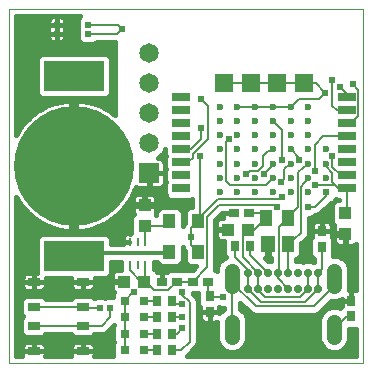
<source format=gtl>
G75*
%MOIN*%
%OFA0B0*%
%FSLAX25Y25*%
%IPPOS*%
%LPD*%
%AMOC8*
5,1,8,0,0,1.08239X$1,22.5*
%
%ADD10C,0.00000*%
%ADD11R,0.05906X0.02756*%
%ADD12C,0.02362*%
%ADD13R,0.02362X0.02362*%
%ADD14R,0.05906X0.05906*%
%ADD15R,0.04252X0.04134*%
%ADD16R,0.02165X0.02165*%
%ADD17R,0.04134X0.02559*%
%ADD18R,0.03642X0.02913*%
%ADD19R,0.02913X0.03642*%
%ADD20R,0.04134X0.04252*%
%ADD21R,0.03937X0.05669*%
%ADD22R,0.04724X0.05669*%
%ADD23R,0.02756X0.03543*%
%ADD24R,0.03150X0.03150*%
%ADD25R,0.03937X0.04724*%
%ADD26C,0.40000*%
%ADD27R,0.20000X0.10000*%
%ADD28C,0.05118*%
%ADD29C,0.02756*%
%ADD30R,0.00984X0.02559*%
%ADD31R,0.06500X0.06500*%
%ADD32C,0.06500*%
%ADD33C,0.01600*%
%ADD34C,0.02400*%
%ADD35C,0.00600*%
%ADD36C,0.00800*%
%ADD37C,0.01200*%
D10*
X0009674Y0012935D02*
X0009674Y0131046D01*
X0127784Y0131046D01*
X0127784Y0012935D01*
X0009674Y0012935D01*
D11*
X0067154Y0071203D03*
X0067154Y0075534D03*
X0067154Y0079865D03*
X0067154Y0084195D03*
X0067154Y0088526D03*
X0067154Y0092857D03*
X0067154Y0097187D03*
X0067154Y0101518D03*
X0122272Y0101518D03*
X0122272Y0097187D03*
X0122272Y0092857D03*
X0122272Y0088526D03*
X0122272Y0084195D03*
X0122272Y0079865D03*
X0122272Y0075534D03*
X0122272Y0071203D03*
D12*
X0115383Y0074746D03*
X0115383Y0079471D03*
X0115383Y0084195D03*
X0109477Y0084195D03*
X0109477Y0079471D03*
X0109477Y0074746D03*
X0109477Y0070022D03*
X0103572Y0070022D03*
X0103572Y0074746D03*
X0103572Y0079471D03*
X0103572Y0084195D03*
X0103572Y0088920D03*
X0103572Y0093644D03*
X0103572Y0098368D03*
X0109477Y0098368D03*
X0109477Y0093644D03*
X0109477Y0088920D03*
X0097666Y0088920D03*
X0097666Y0093644D03*
X0097666Y0098368D03*
X0091761Y0098368D03*
X0091761Y0093644D03*
X0091761Y0088920D03*
X0091761Y0084195D03*
X0091761Y0079471D03*
X0091761Y0074746D03*
X0091761Y0070022D03*
X0085855Y0070022D03*
X0085855Y0074746D03*
X0085855Y0079471D03*
X0085855Y0084195D03*
X0085855Y0088920D03*
X0085855Y0093644D03*
X0085855Y0098368D03*
X0079950Y0098368D03*
X0079950Y0093644D03*
X0079950Y0088920D03*
X0079950Y0084195D03*
X0079950Y0079471D03*
X0079950Y0074746D03*
X0079950Y0070022D03*
X0097666Y0070022D03*
X0097666Y0074746D03*
X0097666Y0079471D03*
X0097666Y0084195D03*
D13*
X0115383Y0070022D03*
D14*
X0108001Y0106242D03*
X0099143Y0106242D03*
X0090284Y0106242D03*
X0081426Y0106242D03*
D15*
X0054950Y0065593D03*
X0054950Y0058703D03*
X0121879Y0055947D03*
X0121879Y0062837D03*
D16*
X0036090Y0122705D03*
X0036090Y0125658D03*
X0025657Y0125658D03*
X0025657Y0122705D03*
D17*
X0018040Y0040002D03*
X0018040Y0031538D03*
X0018040Y0025435D03*
X0018040Y0016971D03*
X0034379Y0016971D03*
X0034379Y0025435D03*
X0034379Y0031538D03*
X0034379Y0040002D03*
D18*
X0060658Y0040101D03*
X0065776Y0040101D03*
X0070894Y0040101D03*
X0076013Y0040101D03*
X0084674Y0062935D03*
X0089792Y0062935D03*
D19*
X0114005Y0056833D03*
X0114005Y0051715D03*
X0123847Y0033605D03*
X0123847Y0028487D03*
X0076603Y0030061D03*
X0076603Y0035180D03*
D20*
X0082607Y0057424D03*
X0089497Y0057424D03*
X0054851Y0040101D03*
X0047961Y0040101D03*
D21*
X0095304Y0061361D03*
X0102784Y0061361D03*
X0102784Y0052699D03*
D22*
X0096091Y0052699D03*
D23*
X0090186Y0051912D03*
X0085068Y0051912D03*
X0064202Y0033802D03*
X0059083Y0033802D03*
X0059083Y0028290D03*
X0064202Y0028290D03*
X0064202Y0022778D03*
X0059083Y0022778D03*
X0059083Y0017266D03*
X0064202Y0017266D03*
D24*
X0054556Y0017266D03*
X0054556Y0022778D03*
X0054556Y0028290D03*
X0054556Y0033802D03*
X0048257Y0033802D03*
X0048257Y0028290D03*
X0048257Y0022778D03*
X0048257Y0017266D03*
D25*
X0063217Y0049943D03*
X0072666Y0049943D03*
X0072666Y0060180D03*
X0063217Y0060180D03*
D26*
X0031328Y0078683D03*
D27*
X0031328Y0048683D03*
X0031328Y0108683D03*
D28*
X0084075Y0043718D02*
X0084075Y0038600D01*
X0084075Y0026789D02*
X0084075Y0021671D01*
X0118091Y0021671D02*
X0118091Y0026789D01*
X0118091Y0038600D02*
X0118091Y0043718D01*
D29*
X0112795Y0043128D03*
X0109449Y0043128D03*
X0106102Y0043128D03*
X0102756Y0043128D03*
X0099409Y0043128D03*
X0096063Y0043128D03*
X0092717Y0043128D03*
X0089370Y0043128D03*
X0089370Y0037813D03*
X0092717Y0037813D03*
X0096063Y0037813D03*
X0099409Y0037813D03*
X0102756Y0037813D03*
X0106102Y0037813D03*
X0109449Y0037813D03*
X0112795Y0037813D03*
D30*
X0055146Y0045711D03*
X0052587Y0045711D03*
X0050028Y0045711D03*
X0050028Y0053388D03*
X0052587Y0053388D03*
X0055146Y0053388D03*
D31*
X0056524Y0076321D03*
D32*
X0056524Y0086321D03*
X0056524Y0096321D03*
X0056524Y0106321D03*
X0056524Y0116321D03*
D33*
X0045107Y0116839D02*
X0012074Y0116839D01*
X0012074Y0118437D02*
X0045107Y0118437D01*
X0045107Y0120005D02*
X0045107Y0095583D01*
X0044834Y0095817D01*
X0043448Y0096823D01*
X0041988Y0097719D01*
X0040461Y0098496D01*
X0038879Y0099152D01*
X0037250Y0099681D01*
X0035584Y0100081D01*
X0033892Y0100349D01*
X0032184Y0100483D01*
X0032128Y0100483D01*
X0032128Y0079483D01*
X0030528Y0079483D01*
X0030528Y0100483D01*
X0030471Y0100483D01*
X0028763Y0100349D01*
X0027071Y0100081D01*
X0025406Y0099681D01*
X0023776Y0099152D01*
X0022194Y0098496D01*
X0020667Y0097719D01*
X0019207Y0096823D01*
X0017821Y0095817D01*
X0016518Y0094704D01*
X0015307Y0093493D01*
X0014194Y0092190D01*
X0013188Y0090804D01*
X0012292Y0089344D01*
X0012074Y0088915D01*
X0012074Y0128646D01*
X0033518Y0128646D01*
X0032972Y0128100D01*
X0032607Y0127218D01*
X0032607Y0121145D01*
X0032972Y0120263D01*
X0033648Y0119588D01*
X0034530Y0119223D01*
X0037650Y0119223D01*
X0038532Y0119588D01*
X0038949Y0120005D01*
X0045107Y0120005D01*
X0042687Y0115718D02*
X0041805Y0116083D01*
X0020850Y0116083D01*
X0019968Y0115718D01*
X0019293Y0115043D01*
X0018928Y0114161D01*
X0018928Y0103206D01*
X0019293Y0102324D01*
X0019968Y0101649D01*
X0020850Y0101283D01*
X0041805Y0101283D01*
X0042687Y0101649D01*
X0043362Y0102324D01*
X0043728Y0103206D01*
X0043728Y0114161D01*
X0043362Y0115043D01*
X0042687Y0115718D01*
X0043165Y0115240D02*
X0045107Y0115240D01*
X0045107Y0113642D02*
X0043728Y0113642D01*
X0043728Y0112043D02*
X0045107Y0112043D01*
X0045107Y0110445D02*
X0043728Y0110445D01*
X0043728Y0108846D02*
X0045107Y0108846D01*
X0045107Y0107248D02*
X0043728Y0107248D01*
X0043728Y0105649D02*
X0045107Y0105649D01*
X0045107Y0104051D02*
X0043728Y0104051D01*
X0043415Y0102452D02*
X0045107Y0102452D01*
X0045107Y0100854D02*
X0012074Y0100854D01*
X0012074Y0102452D02*
X0019240Y0102452D01*
X0018928Y0104051D02*
X0012074Y0104051D01*
X0012074Y0105649D02*
X0018928Y0105649D01*
X0018928Y0107248D02*
X0012074Y0107248D01*
X0012074Y0108846D02*
X0018928Y0108846D01*
X0018928Y0110445D02*
X0012074Y0110445D01*
X0012074Y0112043D02*
X0018928Y0112043D01*
X0018928Y0113642D02*
X0012074Y0113642D01*
X0012074Y0115240D02*
X0019490Y0115240D01*
X0023469Y0120182D02*
X0023134Y0120518D01*
X0022897Y0120928D01*
X0022774Y0121386D01*
X0022774Y0122705D01*
X0025657Y0122705D01*
X0025657Y0119823D01*
X0026976Y0119823D01*
X0027434Y0119945D01*
X0027845Y0120182D01*
X0028180Y0120518D01*
X0028417Y0120928D01*
X0028539Y0121386D01*
X0028539Y0122705D01*
X0025657Y0122705D01*
X0025657Y0122705D01*
X0025657Y0122706D01*
X0025657Y0122706D01*
X0025657Y0125658D01*
X0025657Y0125658D01*
X0028539Y0125658D01*
X0028539Y0124339D01*
X0028497Y0124182D01*
X0028539Y0124025D01*
X0028539Y0122706D01*
X0025657Y0122706D01*
X0025657Y0125588D01*
X0025657Y0125658D01*
X0025657Y0125658D01*
X0028539Y0125658D01*
X0028539Y0126978D01*
X0028417Y0127436D01*
X0028180Y0127846D01*
X0027845Y0128181D01*
X0027434Y0128418D01*
X0026976Y0128541D01*
X0025657Y0128541D01*
X0025657Y0125658D01*
X0025657Y0125658D01*
X0022774Y0125658D01*
X0022774Y0124339D01*
X0022816Y0124182D01*
X0022774Y0124025D01*
X0022774Y0122706D01*
X0025657Y0122706D01*
X0025657Y0122705D01*
X0025657Y0119823D01*
X0024337Y0119823D01*
X0023879Y0119945D01*
X0023469Y0120182D01*
X0023723Y0120036D02*
X0012074Y0120036D01*
X0012074Y0121634D02*
X0022774Y0121634D01*
X0022774Y0123233D02*
X0012074Y0123233D01*
X0012074Y0124831D02*
X0022774Y0124831D01*
X0022774Y0125658D02*
X0025657Y0125658D01*
X0025657Y0125658D01*
X0025657Y0128541D01*
X0024337Y0128541D01*
X0023879Y0128418D01*
X0023469Y0128181D01*
X0023134Y0127846D01*
X0022897Y0127436D01*
X0022774Y0126978D01*
X0022774Y0125658D01*
X0022774Y0126430D02*
X0012074Y0126430D01*
X0012074Y0128028D02*
X0023316Y0128028D01*
X0025657Y0128028D02*
X0025657Y0128028D01*
X0025657Y0126430D02*
X0025657Y0126430D01*
X0025657Y0124831D02*
X0025657Y0124831D01*
X0025657Y0123233D02*
X0025657Y0123233D01*
X0025657Y0121634D02*
X0025657Y0121634D01*
X0025657Y0120036D02*
X0025657Y0120036D01*
X0027590Y0120036D02*
X0033200Y0120036D01*
X0032607Y0121634D02*
X0028539Y0121634D01*
X0028539Y0123233D02*
X0032607Y0123233D01*
X0032607Y0124831D02*
X0028539Y0124831D01*
X0028539Y0126430D02*
X0032607Y0126430D01*
X0032943Y0128028D02*
X0027998Y0128028D01*
X0030528Y0099255D02*
X0032128Y0099255D01*
X0032128Y0097657D02*
X0030528Y0097657D01*
X0030528Y0096058D02*
X0032128Y0096058D01*
X0032128Y0094459D02*
X0030528Y0094459D01*
X0030528Y0092861D02*
X0032128Y0092861D01*
X0032128Y0091262D02*
X0030528Y0091262D01*
X0030528Y0089664D02*
X0032128Y0089664D01*
X0032128Y0088065D02*
X0030528Y0088065D01*
X0030528Y0086467D02*
X0032128Y0086467D01*
X0032128Y0084868D02*
X0030528Y0084868D01*
X0030528Y0083270D02*
X0032128Y0083270D01*
X0032128Y0081671D02*
X0030528Y0081671D01*
X0030528Y0080073D02*
X0032128Y0080073D01*
X0032128Y0077883D02*
X0030528Y0077883D01*
X0030528Y0056883D01*
X0030471Y0056883D01*
X0028763Y0057018D01*
X0027071Y0057286D01*
X0025406Y0057686D01*
X0023776Y0058215D01*
X0022194Y0058871D01*
X0020667Y0059648D01*
X0019207Y0060543D01*
X0017821Y0061550D01*
X0016518Y0062663D01*
X0015307Y0063874D01*
X0014194Y0065177D01*
X0013188Y0066563D01*
X0012292Y0068023D01*
X0012074Y0068452D01*
X0012074Y0015335D01*
X0014205Y0015335D01*
X0014173Y0015454D01*
X0014173Y0016971D01*
X0018040Y0016971D01*
X0018040Y0020050D01*
X0015736Y0020050D01*
X0015278Y0019928D01*
X0014868Y0019691D01*
X0014533Y0019356D01*
X0014296Y0018945D01*
X0014173Y0018487D01*
X0014173Y0016971D01*
X0018040Y0016971D01*
X0018040Y0016971D01*
X0018040Y0016971D01*
X0018040Y0020050D01*
X0020344Y0020050D01*
X0020802Y0019928D01*
X0021212Y0019691D01*
X0021547Y0019356D01*
X0021784Y0018945D01*
X0021907Y0018487D01*
X0021907Y0016971D01*
X0018040Y0016971D01*
X0018040Y0016971D01*
X0021907Y0016971D01*
X0021907Y0015454D01*
X0021875Y0015335D01*
X0030544Y0015335D01*
X0030512Y0015454D01*
X0030512Y0016971D01*
X0034379Y0016971D01*
X0038246Y0016971D01*
X0038246Y0018487D01*
X0038123Y0018945D01*
X0037886Y0019356D01*
X0037551Y0019691D01*
X0037140Y0019928D01*
X0036683Y0020050D01*
X0034379Y0020050D01*
X0034379Y0016971D01*
X0034379Y0016971D01*
X0034379Y0016971D01*
X0038246Y0016971D01*
X0038246Y0015454D01*
X0038214Y0015335D01*
X0044282Y0015335D01*
X0044282Y0019318D01*
X0044573Y0020022D01*
X0044282Y0020726D01*
X0044282Y0024830D01*
X0044558Y0025497D01*
X0042967Y0023906D01*
X0042207Y0023146D01*
X0041215Y0022735D01*
X0038419Y0022735D01*
X0037805Y0022121D01*
X0036923Y0021756D01*
X0031834Y0021756D01*
X0030952Y0022121D01*
X0030438Y0022635D01*
X0021981Y0022635D01*
X0021467Y0022121D01*
X0020584Y0021756D01*
X0015496Y0021756D01*
X0014614Y0022121D01*
X0013939Y0022796D01*
X0013573Y0023678D01*
X0013573Y0027192D01*
X0013939Y0028074D01*
X0014351Y0028487D01*
X0013939Y0028899D01*
X0013573Y0029781D01*
X0013573Y0033295D01*
X0013939Y0034177D01*
X0014614Y0034852D01*
X0015496Y0035217D01*
X0020584Y0035217D01*
X0021467Y0034852D01*
X0021981Y0034338D01*
X0030438Y0034338D01*
X0030952Y0034852D01*
X0031834Y0035217D01*
X0036923Y0035217D01*
X0037805Y0034852D01*
X0038103Y0034555D01*
X0039273Y0035039D01*
X0040705Y0035039D01*
X0041761Y0034602D01*
X0042816Y0035039D01*
X0044248Y0035039D01*
X0044282Y0035025D01*
X0044282Y0035854D01*
X0044630Y0036694D01*
X0044454Y0036870D01*
X0044217Y0037280D01*
X0044094Y0037738D01*
X0044094Y0039867D01*
X0047728Y0039867D01*
X0047728Y0040334D01*
X0044094Y0040334D01*
X0044094Y0042464D01*
X0044217Y0042922D01*
X0044454Y0043332D01*
X0044789Y0043667D01*
X0045200Y0043904D01*
X0045658Y0044027D01*
X0047136Y0044027D01*
X0047136Y0046550D01*
X0043728Y0046550D01*
X0043728Y0043206D01*
X0043362Y0042324D01*
X0042687Y0041649D01*
X0041805Y0041283D01*
X0038246Y0041283D01*
X0038246Y0040002D01*
X0034379Y0040002D01*
X0034379Y0040002D01*
X0034379Y0036923D01*
X0036683Y0036923D01*
X0037140Y0037045D01*
X0037551Y0037282D01*
X0037886Y0037618D01*
X0038123Y0038028D01*
X0038246Y0038486D01*
X0038246Y0040002D01*
X0034379Y0040002D01*
X0034379Y0040002D01*
X0034379Y0036923D01*
X0032075Y0036923D01*
X0031617Y0037045D01*
X0031207Y0037282D01*
X0030871Y0037618D01*
X0030634Y0038028D01*
X0030512Y0038486D01*
X0030512Y0040002D01*
X0034379Y0040002D01*
X0034379Y0040002D01*
X0030512Y0040002D01*
X0030512Y0041283D01*
X0021907Y0041283D01*
X0021907Y0040002D01*
X0018040Y0040002D01*
X0018040Y0040002D01*
X0018040Y0036923D01*
X0015736Y0036923D01*
X0015278Y0037045D01*
X0014868Y0037282D01*
X0014533Y0037618D01*
X0014296Y0038028D01*
X0014173Y0038486D01*
X0014173Y0040002D01*
X0018040Y0040002D01*
X0018040Y0040002D01*
X0018040Y0036923D01*
X0020344Y0036923D01*
X0020802Y0037045D01*
X0021212Y0037282D01*
X0021547Y0037618D01*
X0021784Y0038028D01*
X0021907Y0038486D01*
X0021907Y0040002D01*
X0018040Y0040002D01*
X0018040Y0040002D01*
X0014173Y0040002D01*
X0014173Y0041519D01*
X0014296Y0041977D01*
X0014533Y0042387D01*
X0014868Y0042722D01*
X0015278Y0042959D01*
X0015736Y0043082D01*
X0018040Y0043082D01*
X0018040Y0040002D01*
X0018040Y0040002D01*
X0018040Y0043082D01*
X0018979Y0043082D01*
X0018928Y0043206D01*
X0018928Y0054161D01*
X0019293Y0055043D01*
X0019968Y0055718D01*
X0020850Y0056083D01*
X0041805Y0056083D01*
X0042687Y0055718D01*
X0043362Y0055043D01*
X0043728Y0054161D01*
X0043728Y0052550D01*
X0047736Y0052550D01*
X0047736Y0053388D01*
X0049695Y0053388D01*
X0049695Y0053388D01*
X0047736Y0053388D01*
X0047736Y0054905D01*
X0047859Y0055362D01*
X0048096Y0055773D01*
X0048431Y0056108D01*
X0048841Y0056345D01*
X0049299Y0056468D01*
X0050028Y0056468D01*
X0050028Y0055949D01*
X0050028Y0055949D01*
X0050028Y0056468D01*
X0050424Y0056468D01*
X0050424Y0061247D01*
X0050789Y0062130D01*
X0051272Y0062613D01*
X0051146Y0062831D01*
X0051024Y0063289D01*
X0051024Y0065359D01*
X0054716Y0065359D01*
X0054716Y0065826D01*
X0051024Y0065826D01*
X0051024Y0067897D01*
X0051146Y0068355D01*
X0051383Y0068765D01*
X0051718Y0069100D01*
X0052129Y0069337D01*
X0052587Y0069460D01*
X0054716Y0069460D01*
X0054716Y0065826D01*
X0055183Y0065826D01*
X0058876Y0065826D01*
X0058876Y0067897D01*
X0058753Y0068355D01*
X0058516Y0068765D01*
X0058181Y0069100D01*
X0057770Y0069337D01*
X0057313Y0069460D01*
X0055183Y0069460D01*
X0055183Y0065826D01*
X0055183Y0065359D01*
X0058876Y0065359D01*
X0058876Y0063289D01*
X0058753Y0062831D01*
X0058627Y0062613D01*
X0058849Y0062391D01*
X0058849Y0063019D01*
X0059214Y0063901D01*
X0059889Y0064576D01*
X0060771Y0064942D01*
X0065663Y0064942D01*
X0066545Y0064576D01*
X0067220Y0063901D01*
X0067586Y0063019D01*
X0067586Y0058572D01*
X0067930Y0059403D01*
X0068298Y0059771D01*
X0068298Y0063019D01*
X0068663Y0063901D01*
X0069338Y0064576D01*
X0070220Y0064942D01*
X0070754Y0064942D01*
X0070754Y0067495D01*
X0070584Y0067425D01*
X0063724Y0067425D01*
X0062842Y0067791D01*
X0062167Y0068466D01*
X0061802Y0069348D01*
X0061802Y0073058D01*
X0061930Y0073368D01*
X0061802Y0073678D01*
X0061802Y0077389D01*
X0061930Y0077699D01*
X0061802Y0078009D01*
X0061802Y0081720D01*
X0061930Y0082030D01*
X0061802Y0082340D01*
X0061802Y0084297D01*
X0061314Y0083121D01*
X0059725Y0081531D01*
X0059338Y0081371D01*
X0060011Y0081371D01*
X0060469Y0081249D01*
X0060880Y0081012D01*
X0061215Y0080676D01*
X0061452Y0080266D01*
X0061574Y0079808D01*
X0061574Y0076396D01*
X0056599Y0076396D01*
X0056599Y0076246D01*
X0056599Y0071271D01*
X0060011Y0071271D01*
X0060469Y0071394D01*
X0060880Y0071631D01*
X0061215Y0071966D01*
X0061452Y0072376D01*
X0061574Y0072834D01*
X0061574Y0076246D01*
X0056599Y0076246D01*
X0056449Y0076246D01*
X0056449Y0071271D01*
X0053037Y0071271D01*
X0052580Y0071394D01*
X0052169Y0071631D01*
X0052010Y0071790D01*
X0051796Y0071132D01*
X0051140Y0069550D01*
X0050363Y0068023D01*
X0049468Y0066563D01*
X0048461Y0065177D01*
X0047348Y0063874D01*
X0046137Y0062663D01*
X0044834Y0061550D01*
X0043448Y0060543D01*
X0041988Y0059648D01*
X0040461Y0058871D01*
X0038879Y0058215D01*
X0037250Y0057686D01*
X0035584Y0057286D01*
X0033892Y0057018D01*
X0032184Y0056883D01*
X0032128Y0056883D01*
X0032128Y0077883D01*
X0032128Y0076876D02*
X0030528Y0076876D01*
X0030528Y0075277D02*
X0032128Y0075277D01*
X0032128Y0073679D02*
X0030528Y0073679D01*
X0030528Y0072080D02*
X0032128Y0072080D01*
X0032128Y0070482D02*
X0030528Y0070482D01*
X0030528Y0068883D02*
X0032128Y0068883D01*
X0032128Y0067285D02*
X0030528Y0067285D01*
X0030528Y0065686D02*
X0032128Y0065686D01*
X0032128Y0064088D02*
X0030528Y0064088D01*
X0030528Y0062489D02*
X0032128Y0062489D01*
X0032128Y0060891D02*
X0030528Y0060891D01*
X0030528Y0059292D02*
X0032128Y0059292D01*
X0032128Y0057694D02*
X0030528Y0057694D01*
X0025381Y0057694D02*
X0012074Y0057694D01*
X0012074Y0056095D02*
X0048418Y0056095D01*
X0050028Y0056095D02*
X0050028Y0056095D01*
X0050424Y0057694D02*
X0037274Y0057694D01*
X0041289Y0059292D02*
X0050424Y0059292D01*
X0050424Y0060891D02*
X0043926Y0060891D01*
X0045934Y0062489D02*
X0051149Y0062489D01*
X0051024Y0064088D02*
X0047531Y0064088D01*
X0048831Y0065686D02*
X0054716Y0065686D01*
X0055183Y0065686D02*
X0070754Y0065686D01*
X0070754Y0067285D02*
X0058876Y0067285D01*
X0058398Y0068883D02*
X0061994Y0068883D01*
X0061802Y0070482D02*
X0051526Y0070482D01*
X0051502Y0068883D02*
X0050801Y0068883D01*
X0051024Y0067285D02*
X0049910Y0067285D01*
X0054716Y0067285D02*
X0055183Y0067285D01*
X0055183Y0068883D02*
X0054716Y0068883D01*
X0056449Y0072080D02*
X0056599Y0072080D01*
X0056599Y0073679D02*
X0056449Y0073679D01*
X0056449Y0075277D02*
X0056599Y0075277D01*
X0061574Y0075277D02*
X0061802Y0075277D01*
X0061802Y0073679D02*
X0061574Y0073679D01*
X0061802Y0072080D02*
X0061281Y0072080D01*
X0061574Y0076876D02*
X0061802Y0076876D01*
X0061802Y0078474D02*
X0061574Y0078474D01*
X0061503Y0080073D02*
X0061802Y0080073D01*
X0061802Y0081671D02*
X0059865Y0081671D01*
X0061376Y0083270D02*
X0061802Y0083270D01*
X0045107Y0096058D02*
X0044502Y0096058D01*
X0045107Y0097657D02*
X0042089Y0097657D01*
X0045107Y0099255D02*
X0038561Y0099255D01*
X0024094Y0099255D02*
X0012074Y0099255D01*
X0012074Y0097657D02*
X0020566Y0097657D01*
X0018153Y0096058D02*
X0012074Y0096058D01*
X0012074Y0094459D02*
X0016274Y0094459D01*
X0014767Y0092861D02*
X0012074Y0092861D01*
X0012074Y0091262D02*
X0013520Y0091262D01*
X0012489Y0089664D02*
X0012074Y0089664D01*
X0012074Y0067285D02*
X0012745Y0067285D01*
X0012074Y0065686D02*
X0013824Y0065686D01*
X0015125Y0064088D02*
X0012074Y0064088D01*
X0012074Y0062489D02*
X0016722Y0062489D01*
X0018729Y0060891D02*
X0012074Y0060891D01*
X0012074Y0059292D02*
X0021366Y0059292D01*
X0019067Y0054497D02*
X0012074Y0054497D01*
X0012074Y0052898D02*
X0018928Y0052898D01*
X0018928Y0051300D02*
X0012074Y0051300D01*
X0012074Y0049701D02*
X0018928Y0049701D01*
X0018928Y0048103D02*
X0012074Y0048103D01*
X0012074Y0046504D02*
X0018928Y0046504D01*
X0018928Y0044906D02*
X0012074Y0044906D01*
X0012074Y0043307D02*
X0018928Y0043307D01*
X0018040Y0041709D02*
X0018040Y0041709D01*
X0018040Y0040110D02*
X0018040Y0040110D01*
X0018040Y0038512D02*
X0018040Y0038512D01*
X0021907Y0038512D02*
X0030512Y0038512D01*
X0030512Y0040110D02*
X0021907Y0040110D01*
X0014173Y0040110D02*
X0012074Y0040110D01*
X0012074Y0038512D02*
X0014173Y0038512D01*
X0012074Y0036913D02*
X0044429Y0036913D01*
X0044282Y0035315D02*
X0012074Y0035315D01*
X0012074Y0033716D02*
X0013748Y0033716D01*
X0013573Y0032118D02*
X0012074Y0032118D01*
X0012074Y0030519D02*
X0013573Y0030519D01*
X0013930Y0028921D02*
X0012074Y0028921D01*
X0012074Y0027322D02*
X0013627Y0027322D01*
X0013573Y0025723D02*
X0012074Y0025723D01*
X0012074Y0024125D02*
X0013573Y0024125D01*
X0014209Y0022526D02*
X0012074Y0022526D01*
X0012074Y0020928D02*
X0044282Y0020928D01*
X0044287Y0019329D02*
X0037901Y0019329D01*
X0038246Y0017731D02*
X0044282Y0017731D01*
X0044282Y0016132D02*
X0038246Y0016132D01*
X0034379Y0016971D02*
X0034379Y0020050D01*
X0032075Y0020050D01*
X0031617Y0019928D01*
X0031207Y0019691D01*
X0030871Y0019356D01*
X0030634Y0018945D01*
X0030512Y0018487D01*
X0030512Y0016971D01*
X0034379Y0016971D01*
X0034379Y0016971D01*
X0034379Y0017731D02*
X0034379Y0017731D01*
X0034379Y0019329D02*
X0034379Y0019329D01*
X0030856Y0019329D02*
X0021563Y0019329D01*
X0021907Y0017731D02*
X0030512Y0017731D01*
X0030512Y0016132D02*
X0021907Y0016132D01*
X0018040Y0017731D02*
X0018040Y0017731D01*
X0018040Y0019329D02*
X0018040Y0019329D01*
X0014518Y0019329D02*
X0012074Y0019329D01*
X0012074Y0017731D02*
X0014173Y0017731D01*
X0014173Y0016132D02*
X0012074Y0016132D01*
X0021872Y0022526D02*
X0030547Y0022526D01*
X0038210Y0022526D02*
X0044282Y0022526D01*
X0044282Y0024125D02*
X0043186Y0024125D01*
X0044094Y0038512D02*
X0038246Y0038512D01*
X0038246Y0040110D02*
X0047728Y0040110D01*
X0044094Y0041709D02*
X0042747Y0041709D01*
X0043728Y0043307D02*
X0044440Y0043307D01*
X0043728Y0044906D02*
X0047136Y0044906D01*
X0047136Y0046504D02*
X0043728Y0046504D01*
X0043728Y0052898D02*
X0047736Y0052898D01*
X0047736Y0054497D02*
X0043588Y0054497D01*
X0058039Y0046550D02*
X0058039Y0044360D01*
X0058278Y0044261D01*
X0058953Y0043586D01*
X0059047Y0043357D01*
X0060658Y0043357D01*
X0060658Y0040145D01*
X0060658Y0040145D01*
X0060658Y0043357D01*
X0062361Y0043357D01*
X0062596Y0043592D01*
X0063478Y0043957D01*
X0068075Y0043957D01*
X0068335Y0043849D01*
X0068596Y0043957D01*
X0070933Y0043957D01*
X0072156Y0045181D01*
X0070220Y0045181D01*
X0069338Y0045546D01*
X0068663Y0046222D01*
X0068298Y0047104D01*
X0068298Y0050352D01*
X0067930Y0050719D01*
X0067586Y0051551D01*
X0067586Y0047104D01*
X0067220Y0046222D01*
X0066545Y0045546D01*
X0065663Y0045181D01*
X0060771Y0045181D01*
X0059889Y0045546D01*
X0059214Y0046222D01*
X0059078Y0046550D01*
X0058039Y0046550D01*
X0058039Y0046504D02*
X0059097Y0046504D01*
X0058039Y0044906D02*
X0071881Y0044906D01*
X0068546Y0046504D02*
X0067337Y0046504D01*
X0067586Y0048103D02*
X0068298Y0048103D01*
X0068298Y0049701D02*
X0067586Y0049701D01*
X0067586Y0051300D02*
X0067690Y0051300D01*
X0067586Y0059292D02*
X0067884Y0059292D01*
X0067586Y0060891D02*
X0068298Y0060891D01*
X0068298Y0062489D02*
X0067586Y0062489D01*
X0067034Y0064088D02*
X0068850Y0064088D01*
X0059401Y0064088D02*
X0058876Y0064088D01*
X0058849Y0062489D02*
X0058750Y0062489D01*
X0060658Y0043307D02*
X0060658Y0043307D01*
X0060658Y0041709D02*
X0060658Y0041709D01*
X0071148Y0036244D02*
X0072746Y0036244D01*
X0072746Y0032881D01*
X0073112Y0031999D01*
X0073346Y0031765D01*
X0073346Y0030061D01*
X0073346Y0028004D01*
X0073469Y0027546D01*
X0073706Y0027135D01*
X0074041Y0026800D01*
X0074452Y0026563D01*
X0074909Y0026441D01*
X0076603Y0026441D01*
X0076603Y0030061D01*
X0076603Y0030061D01*
X0076603Y0026441D01*
X0078297Y0026441D01*
X0078755Y0026563D01*
X0079116Y0026772D01*
X0079116Y0020684D01*
X0079871Y0018862D01*
X0081266Y0017467D01*
X0083088Y0016712D01*
X0085061Y0016712D01*
X0086884Y0017467D01*
X0088279Y0018862D01*
X0089034Y0020684D01*
X0089034Y0027775D01*
X0088279Y0029598D01*
X0086884Y0030993D01*
X0086875Y0030997D01*
X0086875Y0033097D01*
X0090428Y0029544D01*
X0091420Y0029133D01*
X0111935Y0029133D01*
X0112927Y0029544D01*
X0117047Y0033664D01*
X0117104Y0033641D01*
X0119077Y0033641D01*
X0120591Y0034268D01*
X0120591Y0033605D01*
X0123847Y0033605D01*
X0123847Y0037226D01*
X0122889Y0037226D01*
X0123050Y0037614D01*
X0123050Y0044705D01*
X0122295Y0046527D01*
X0120900Y0047922D01*
X0119077Y0048677D01*
X0117555Y0048677D01*
X0117861Y0049417D01*
X0117861Y0054013D01*
X0117496Y0054895D01*
X0117261Y0055130D01*
X0117261Y0056833D01*
X0117261Y0058891D01*
X0117139Y0059349D01*
X0116902Y0059759D01*
X0116567Y0060094D01*
X0116156Y0060331D01*
X0115698Y0060454D01*
X0114005Y0060454D01*
X0114005Y0056833D01*
X0114005Y0056833D01*
X0117261Y0056833D01*
X0114005Y0056833D01*
X0114005Y0056833D01*
X0114005Y0060454D01*
X0112311Y0060454D01*
X0111853Y0060331D01*
X0111443Y0060094D01*
X0111108Y0059759D01*
X0110871Y0059349D01*
X0110748Y0058891D01*
X0110748Y0056833D01*
X0110748Y0055130D01*
X0110513Y0054895D01*
X0110148Y0054013D01*
X0110148Y0049417D01*
X0110513Y0048535D01*
X0111189Y0047859D01*
X0111305Y0047811D01*
X0111305Y0046599D01*
X0111122Y0046524D01*
X0110200Y0046905D01*
X0108697Y0046905D01*
X0107776Y0046524D01*
X0106854Y0046905D01*
X0105456Y0046905D01*
X0105456Y0047558D01*
X0106112Y0047830D01*
X0106787Y0048505D01*
X0107153Y0049387D01*
X0107153Y0052900D01*
X0108558Y0054111D01*
X0108654Y0054150D01*
X0108963Y0054459D01*
X0109294Y0054745D01*
X0109340Y0054837D01*
X0109413Y0054910D01*
X0109581Y0055314D01*
X0109777Y0055704D01*
X0109785Y0055807D01*
X0109824Y0055902D01*
X0109824Y0056339D01*
X0109857Y0056775D01*
X0109824Y0056873D01*
X0109824Y0061304D01*
X0109996Y0061304D01*
X0111320Y0061852D01*
X0111671Y0062204D01*
X0112180Y0062204D01*
X0113172Y0062615D01*
X0116912Y0066355D01*
X0116998Y0066441D01*
X0117041Y0066441D01*
X0117923Y0066806D01*
X0118598Y0067481D01*
X0118614Y0067520D01*
X0118842Y0067425D01*
X0119572Y0067425D01*
X0119572Y0067304D01*
X0119275Y0067304D01*
X0118393Y0066939D01*
X0117718Y0066263D01*
X0117353Y0065381D01*
X0117353Y0060293D01*
X0117718Y0059411D01*
X0118201Y0058927D01*
X0118075Y0058709D01*
X0117953Y0058251D01*
X0117953Y0056181D01*
X0121645Y0056181D01*
X0121645Y0055714D01*
X0117953Y0055714D01*
X0117953Y0053643D01*
X0118075Y0053186D01*
X0118312Y0052775D01*
X0118648Y0052440D01*
X0119058Y0052203D01*
X0119516Y0052080D01*
X0121645Y0052080D01*
X0121645Y0055714D01*
X0122112Y0055714D01*
X0122112Y0052080D01*
X0124242Y0052080D01*
X0124699Y0052203D01*
X0125110Y0052440D01*
X0125384Y0052714D01*
X0125384Y0037226D01*
X0123847Y0037226D01*
X0123847Y0033605D01*
X0123847Y0033605D01*
X0123847Y0033605D01*
X0120591Y0033605D01*
X0120591Y0031902D01*
X0120356Y0031667D01*
X0120197Y0031284D01*
X0119077Y0031748D01*
X0117104Y0031748D01*
X0115281Y0030993D01*
X0113886Y0029598D01*
X0113131Y0027775D01*
X0113131Y0020684D01*
X0113886Y0018862D01*
X0115281Y0017467D01*
X0117104Y0016712D01*
X0119077Y0016712D01*
X0120900Y0017467D01*
X0122295Y0018862D01*
X0123050Y0020684D01*
X0123050Y0024266D01*
X0125384Y0024266D01*
X0125384Y0015335D01*
X0069042Y0015335D01*
X0072199Y0018493D01*
X0072610Y0019485D01*
X0072610Y0033945D01*
X0072199Y0034937D01*
X0071440Y0035697D01*
X0071440Y0035697D01*
X0071148Y0035988D01*
X0071148Y0036244D01*
X0071822Y0035315D02*
X0072746Y0035315D01*
X0072746Y0033716D02*
X0072610Y0033716D01*
X0072610Y0032118D02*
X0073063Y0032118D01*
X0073346Y0030519D02*
X0072610Y0030519D01*
X0073346Y0030061D02*
X0076603Y0030061D01*
X0073346Y0030061D01*
X0073346Y0028921D02*
X0072610Y0028921D01*
X0072610Y0027322D02*
X0073598Y0027322D01*
X0072610Y0025723D02*
X0079116Y0025723D01*
X0079116Y0024125D02*
X0072610Y0024125D01*
X0072610Y0022526D02*
X0079116Y0022526D01*
X0079116Y0020928D02*
X0072610Y0020928D01*
X0072546Y0019329D02*
X0079677Y0019329D01*
X0081002Y0017731D02*
X0071438Y0017731D01*
X0069839Y0016132D02*
X0125384Y0016132D01*
X0125384Y0017731D02*
X0121164Y0017731D01*
X0122488Y0019329D02*
X0125384Y0019329D01*
X0125384Y0020928D02*
X0123050Y0020928D01*
X0123050Y0022526D02*
X0125384Y0022526D01*
X0125384Y0024125D02*
X0123050Y0024125D01*
X0120591Y0032118D02*
X0115500Y0032118D01*
X0114807Y0030519D02*
X0113902Y0030519D01*
X0113606Y0028921D02*
X0088560Y0028921D01*
X0089034Y0027322D02*
X0113131Y0027322D01*
X0113131Y0025723D02*
X0089034Y0025723D01*
X0089034Y0024125D02*
X0113131Y0024125D01*
X0113131Y0022526D02*
X0089034Y0022526D01*
X0089034Y0020928D02*
X0113131Y0020928D01*
X0113693Y0019329D02*
X0088473Y0019329D01*
X0087148Y0017731D02*
X0115017Y0017731D01*
X0119258Y0033716D02*
X0120591Y0033716D01*
X0123847Y0033716D02*
X0123847Y0033716D01*
X0123847Y0035315D02*
X0123847Y0035315D01*
X0123847Y0036913D02*
X0123847Y0036913D01*
X0123050Y0038512D02*
X0125384Y0038512D01*
X0125384Y0040110D02*
X0123050Y0040110D01*
X0123050Y0041709D02*
X0125384Y0041709D01*
X0125384Y0043307D02*
X0123050Y0043307D01*
X0122966Y0044906D02*
X0125384Y0044906D01*
X0125384Y0046504D02*
X0122304Y0046504D01*
X0120464Y0048103D02*
X0125384Y0048103D01*
X0125384Y0049701D02*
X0117861Y0049701D01*
X0117861Y0051300D02*
X0125384Y0051300D01*
X0122112Y0052898D02*
X0121645Y0052898D01*
X0121645Y0054497D02*
X0122112Y0054497D01*
X0121645Y0056095D02*
X0117261Y0056095D01*
X0117261Y0057694D02*
X0117953Y0057694D01*
X0117836Y0059292D02*
X0117154Y0059292D01*
X0117353Y0060891D02*
X0109824Y0060891D01*
X0109824Y0059292D02*
X0110856Y0059292D01*
X0110748Y0057694D02*
X0109824Y0057694D01*
X0110748Y0056833D02*
X0114005Y0056833D01*
X0110748Y0056833D01*
X0110748Y0056095D02*
X0109824Y0056095D01*
X0110348Y0054497D02*
X0109006Y0054497D01*
X0110148Y0052898D02*
X0107153Y0052898D01*
X0107153Y0051300D02*
X0110148Y0051300D01*
X0110148Y0049701D02*
X0107153Y0049701D01*
X0106385Y0048103D02*
X0110945Y0048103D01*
X0117861Y0052898D02*
X0118241Y0052898D01*
X0117953Y0054497D02*
X0117661Y0054497D01*
X0114005Y0056833D02*
X0114005Y0056833D01*
X0114005Y0057694D02*
X0114005Y0057694D01*
X0114005Y0059292D02*
X0114005Y0059292D01*
X0112868Y0062489D02*
X0117353Y0062489D01*
X0117353Y0064088D02*
X0114645Y0064088D01*
X0116243Y0065686D02*
X0117479Y0065686D01*
X0118402Y0067285D02*
X0119229Y0067285D01*
X0120248Y0075534D02*
X0120248Y0075534D01*
X0122272Y0075534D01*
X0122272Y0075534D01*
X0120248Y0075534D01*
X0096472Y0052318D02*
X0096472Y0048065D01*
X0096935Y0048065D01*
X0096935Y0046856D01*
X0096814Y0046905D01*
X0096103Y0046905D01*
X0094944Y0048065D01*
X0095710Y0048065D01*
X0095710Y0052318D01*
X0096472Y0052318D01*
X0096472Y0051300D02*
X0095710Y0051300D01*
X0095710Y0049701D02*
X0096472Y0049701D01*
X0096472Y0048103D02*
X0095710Y0048103D01*
X0082148Y0048288D02*
X0081266Y0047922D01*
X0079871Y0046527D01*
X0079116Y0044705D01*
X0079116Y0043624D01*
X0078311Y0043957D01*
X0078297Y0043957D01*
X0078516Y0044485D01*
X0078516Y0060636D01*
X0080871Y0062991D01*
X0081053Y0062991D01*
X0081053Y0062935D01*
X0081053Y0061350D01*
X0080303Y0061350D01*
X0079845Y0061227D01*
X0079435Y0060990D01*
X0079100Y0060655D01*
X0078863Y0060244D01*
X0078740Y0059787D01*
X0078740Y0057657D01*
X0082374Y0057657D01*
X0082374Y0057190D01*
X0078740Y0057190D01*
X0078740Y0055061D01*
X0078863Y0054603D01*
X0079100Y0054192D01*
X0079435Y0053857D01*
X0079845Y0053620D01*
X0080303Y0053498D01*
X0081290Y0053498D01*
X0081290Y0049663D01*
X0081655Y0048781D01*
X0082148Y0048288D01*
X0081702Y0048103D02*
X0078516Y0048103D01*
X0078516Y0049701D02*
X0081290Y0049701D01*
X0081290Y0051300D02*
X0078516Y0051300D01*
X0078516Y0052898D02*
X0081290Y0052898D01*
X0078924Y0054497D02*
X0078516Y0054497D01*
X0078516Y0056095D02*
X0078740Y0056095D01*
X0078740Y0057694D02*
X0078516Y0057694D01*
X0078516Y0059292D02*
X0078740Y0059292D01*
X0078771Y0060891D02*
X0079336Y0060891D01*
X0080369Y0062489D02*
X0081053Y0062489D01*
X0081053Y0062935D02*
X0084674Y0062935D01*
X0084674Y0062935D01*
X0081053Y0062935D01*
X0079861Y0046504D02*
X0078516Y0046504D01*
X0078516Y0044906D02*
X0079199Y0044906D01*
X0079860Y0031531D02*
X0080218Y0031383D01*
X0081275Y0031383D01*
X0081275Y0030997D01*
X0081266Y0030993D01*
X0079871Y0029598D01*
X0079860Y0029572D01*
X0079860Y0030061D01*
X0076603Y0030061D01*
X0076603Y0030061D01*
X0076603Y0030061D01*
X0079860Y0030061D01*
X0079860Y0031531D01*
X0079860Y0030519D02*
X0080792Y0030519D01*
X0076603Y0028921D02*
X0076603Y0028921D01*
X0076603Y0027322D02*
X0076603Y0027322D01*
X0087358Y0030519D02*
X0089453Y0030519D01*
X0087855Y0032118D02*
X0086875Y0032118D01*
X0034379Y0038512D02*
X0034379Y0038512D01*
X0014224Y0041709D02*
X0012074Y0041709D01*
D34*
X0039989Y0031439D03*
X0043532Y0031439D03*
X0051406Y0036557D03*
X0045501Y0045219D03*
X0058887Y0045219D03*
X0067548Y0036557D03*
X0067548Y0032620D03*
X0067548Y0028290D03*
X0067548Y0024746D03*
X0080934Y0034983D03*
X0079359Y0047187D03*
X0070304Y0055061D03*
X0059280Y0070022D03*
X0061249Y0081439D03*
X0073454Y0081833D03*
X0073847Y0091282D03*
X0082902Y0087739D03*
X0088808Y0075928D03*
X0094713Y0075928D03*
X0100225Y0073172D03*
X0100619Y0068447D03*
X0099044Y0064904D03*
X0109280Y0064904D03*
X0116367Y0064510D03*
X0111643Y0072384D03*
X0111643Y0077109D03*
X0106524Y0080652D03*
X0100619Y0080652D03*
X0117548Y0081833D03*
X0115186Y0103093D03*
X0117548Y0107424D03*
X0119910Y0105061D03*
X0124241Y0105849D03*
X0073847Y0101124D03*
X0047469Y0124353D03*
X0108887Y0051518D03*
X0096288Y0047581D03*
X0093139Y0027502D03*
X0101013Y0027502D03*
X0108887Y0027502D03*
X0112824Y0017266D03*
X0104950Y0017266D03*
X0097076Y0017266D03*
X0089202Y0017266D03*
X0123454Y0047581D03*
D35*
X0118091Y0041159D02*
X0118091Y0038526D01*
X0111398Y0031833D01*
X0091957Y0031833D01*
X0084075Y0039716D01*
X0084075Y0041159D01*
X0089370Y0043128D02*
X0089370Y0037813D01*
X0093775Y0033408D01*
X0108391Y0033408D01*
X0112795Y0037813D01*
X0112795Y0043128D01*
X0114005Y0044337D01*
X0114005Y0051715D01*
X0107124Y0056439D02*
X0107124Y0071794D01*
X0109477Y0074746D01*
X0111643Y0072384D02*
X0118335Y0072384D01*
X0118926Y0071794D01*
X0119517Y0071203D01*
X0122272Y0071203D01*
X0122272Y0063231D01*
X0121879Y0062837D01*
X0115383Y0068644D02*
X0115383Y0070022D01*
X0115383Y0068644D02*
X0111643Y0064904D01*
X0109280Y0064904D01*
X0105924Y0065101D02*
X0102784Y0061361D01*
X0099635Y0058211D01*
X0099635Y0043353D01*
X0099409Y0043128D01*
X0099409Y0041159D01*
X0102756Y0037813D01*
X0106619Y0034983D02*
X0095107Y0034983D01*
X0092717Y0037373D01*
X0092717Y0037813D01*
X0092717Y0043128D02*
X0087627Y0048217D01*
X0087627Y0055554D01*
X0089497Y0057424D01*
X0091367Y0057424D01*
X0095304Y0061361D01*
X0093729Y0062935D01*
X0089792Y0062935D01*
X0098257Y0065691D02*
X0079753Y0065691D01*
X0075816Y0061754D01*
X0075816Y0045022D01*
X0070894Y0040101D01*
X0067548Y0036557D02*
X0067548Y0035770D01*
X0069910Y0033408D01*
X0069910Y0020022D01*
X0067154Y0017266D01*
X0064202Y0017266D01*
X0064202Y0022778D02*
X0065580Y0022778D01*
X0067548Y0024746D01*
X0067548Y0028290D02*
X0064202Y0028290D01*
X0065383Y0032620D02*
X0064202Y0033802D01*
X0065383Y0032620D02*
X0067548Y0032620D01*
X0072666Y0048762D02*
X0072666Y0049943D01*
X0072666Y0060180D02*
X0073454Y0060967D01*
X0073454Y0081833D01*
X0071091Y0081439D02*
X0071091Y0082620D01*
X0076209Y0087739D01*
X0076209Y0098762D01*
X0073847Y0101124D01*
X0081426Y0106242D02*
X0090284Y0106242D01*
X0099143Y0106242D01*
X0108001Y0106242D01*
X0112036Y0106242D01*
X0115186Y0103093D01*
X0113217Y0101124D01*
X0106328Y0101124D01*
X0103572Y0098368D01*
X0097666Y0098368D01*
X0091761Y0098368D01*
X0085855Y0098368D01*
X0082902Y0087739D02*
X0082115Y0086951D01*
X0082115Y0073565D01*
X0083296Y0072384D01*
X0095304Y0072384D01*
X0097666Y0074746D01*
X0100225Y0073172D02*
X0101406Y0074353D01*
X0101406Y0077502D01*
X0103375Y0079471D01*
X0103572Y0079471D01*
X0106524Y0080652D02*
X0106524Y0081242D01*
X0103572Y0084195D01*
X0103572Y0083998D01*
X0100619Y0080652D02*
X0100619Y0090691D01*
X0097666Y0093644D01*
X0097666Y0084195D02*
X0097666Y0083605D01*
X0096091Y0083605D01*
X0094320Y0081833D01*
X0094320Y0078683D01*
X0092745Y0077109D01*
X0089989Y0077109D01*
X0088808Y0075928D01*
X0094713Y0075928D02*
X0097666Y0078880D01*
X0097666Y0079471D01*
X0105924Y0076518D02*
X0105924Y0065101D01*
X0100619Y0068447D02*
X0099831Y0067660D01*
X0079359Y0067660D01*
X0072666Y0060967D01*
X0072666Y0060180D01*
X0085068Y0051912D02*
X0085068Y0048172D01*
X0089370Y0043869D01*
X0089370Y0043128D01*
X0090186Y0049005D02*
X0090186Y0051912D01*
X0090186Y0049005D02*
X0096063Y0043128D01*
X0102756Y0043128D02*
X0102756Y0052671D01*
X0102784Y0052699D01*
X0107124Y0056439D01*
X0099044Y0064904D02*
X0098257Y0065691D01*
X0105924Y0076518D02*
X0109477Y0079471D01*
X0111643Y0077109D02*
X0111643Y0085770D01*
X0114398Y0088526D01*
X0122272Y0088526D01*
X0122272Y0092857D02*
X0123847Y0092857D01*
X0126209Y0095219D01*
X0126209Y0103880D01*
X0124241Y0105849D01*
X0122272Y0102699D02*
X0119910Y0105061D01*
X0122272Y0102699D02*
X0122272Y0101518D01*
X0122272Y0097187D02*
X0119123Y0097187D01*
X0117548Y0098762D01*
X0117548Y0107424D01*
X0117548Y0081833D02*
X0117548Y0078290D01*
X0120304Y0075534D01*
X0122272Y0075534D01*
X0118335Y0072384D02*
X0117548Y0073172D01*
X0117548Y0076321D01*
X0115383Y0078487D01*
X0115383Y0079471D01*
X0109449Y0043128D02*
X0109449Y0037813D01*
X0106619Y0034983D01*
X0118091Y0024230D02*
X0122347Y0028487D01*
X0123847Y0028487D01*
X0071091Y0081439D02*
X0069517Y0079865D01*
X0067154Y0079865D01*
X0067154Y0084195D02*
X0070304Y0084195D01*
X0073847Y0087739D01*
X0073847Y0091282D01*
X0045822Y0122705D02*
X0047469Y0124353D01*
X0046164Y0125658D01*
X0036090Y0125658D01*
X0036090Y0122705D02*
X0045822Y0122705D01*
X0043532Y0031439D02*
X0043532Y0028290D01*
X0040678Y0025435D01*
X0034379Y0025435D01*
X0034477Y0031439D02*
X0034379Y0031538D01*
X0034576Y0031538D01*
X0034477Y0031439D02*
X0039989Y0031439D01*
D36*
X0034379Y0031538D02*
X0018040Y0031538D01*
X0018040Y0025435D02*
X0034379Y0025435D01*
X0048257Y0022778D02*
X0048257Y0017266D01*
X0048257Y0022778D02*
X0048257Y0028290D01*
X0048257Y0033802D01*
X0051013Y0036557D01*
X0051406Y0036557D01*
X0054556Y0033802D02*
X0059083Y0033802D01*
X0058198Y0037345D02*
X0062824Y0037345D01*
X0065580Y0040101D01*
X0065776Y0040101D01*
X0070894Y0040101D01*
X0076013Y0040101D02*
X0076013Y0035770D01*
X0076603Y0035180D01*
X0076800Y0034983D01*
X0080934Y0034983D01*
X0084075Y0041159D02*
X0084075Y0024230D01*
X0092717Y0037813D02*
X0092717Y0043128D01*
X0072666Y0049943D02*
X0070304Y0052305D01*
X0070304Y0055061D01*
X0070304Y0057817D01*
X0072666Y0060180D01*
X0072666Y0058211D01*
X0063217Y0060180D02*
X0061741Y0058703D01*
X0054950Y0058703D01*
X0055146Y0058506D01*
X0055146Y0053388D01*
X0055146Y0045711D02*
X0055146Y0040396D01*
X0058198Y0037345D01*
X0055146Y0040396D02*
X0054851Y0040101D01*
X0053769Y0040101D01*
X0050028Y0043841D01*
X0050028Y0045711D01*
X0054556Y0028290D02*
X0059083Y0028290D01*
X0059083Y0022778D02*
X0054556Y0022778D01*
X0054556Y0017266D02*
X0059083Y0017266D01*
D37*
X0037154Y0048683D02*
X0031328Y0048683D01*
X0037154Y0048683D02*
X0038020Y0049550D01*
X0062824Y0049550D01*
X0063217Y0049943D01*
M02*

</source>
